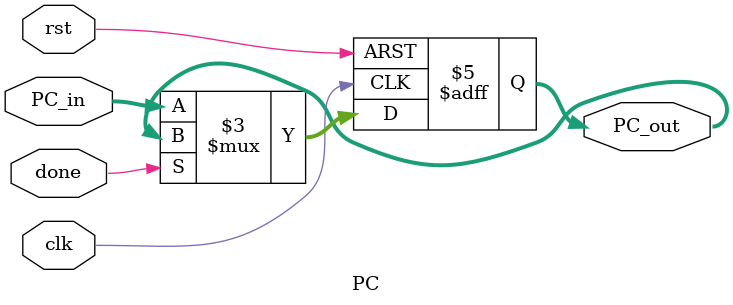
<source format=v>
`timescale 1ns / 1ps

module PC(
    input clk,
    input rst,
    input done,
    input [31:0] PC_in,
    output reg [31:0] PC_out
);

always @(posedge clk or posedge rst) begin
    if (rst)
        PC_out <= 32'b0;      // Reset the PC to 0
    else if (!done)
        PC_out <= PC_in;      // Update PC only if not done
end

endmodule

</source>
